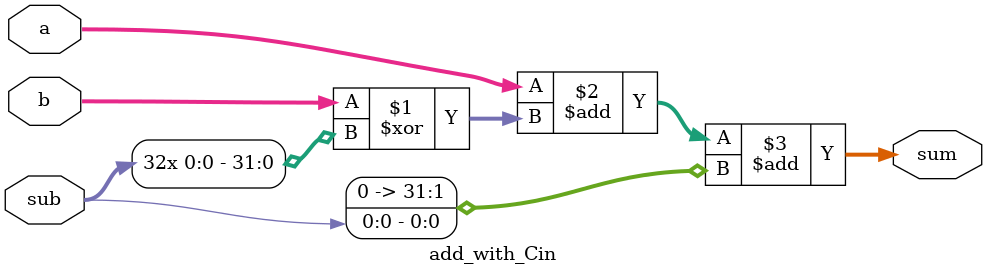
<source format=v>
module add_with_Cin(	// file.cleaned.mlir:2:3
  input  [31:0] a,	// file.cleaned.mlir:2:30
                b,	// file.cleaned.mlir:2:43
  input         sub,	// file.cleaned.mlir:2:56
  output [31:0] sum	// file.cleaned.mlir:2:71
);

  assign sum = a + (b ^ {32{sub}}) + {31'h0, sub};	// file.cleaned.mlir:3:15, :4:10, :5:10, :6:10, :7:10, :8:5
endmodule


</source>
